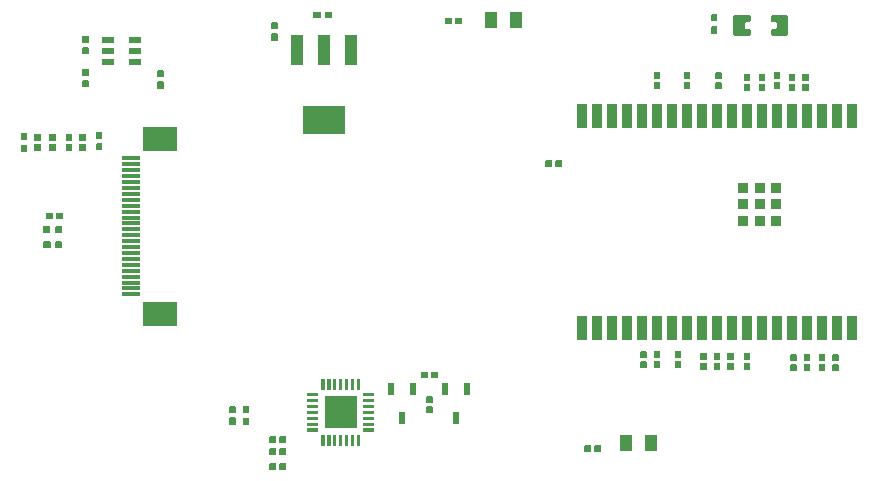
<source format=gtp>
G04 Layer: TopPasteMaskLayer*
G04 EasyEDA v6.5.22, 2023-04-19 21:06:07*
G04 0b1144c6aaf7448fb0b14bab58411d50,0a61cb7f7b51421fbede6d33e3e5ec82,10*
G04 Gerber Generator version 0.2*
G04 Scale: 100 percent, Rotated: No, Reflected: No *
G04 Dimensions in inches *
G04 leading zeros omitted , absolute positions ,3 integer and 6 decimal *
%FSLAX36Y36*%
%MOIN*%

%AMMACRO1*21,1,$1,$2,0,0,$3*%
%ADD10R,0.0394X0.0551*%
%ADD11R,0.0591X0.0118*%
%ADD12R,0.1181X0.0787*%
%ADD13R,0.0236X0.0421*%
%ADD14R,0.0354X0.0787*%
%ADD15R,0.0354X0.0354*%
%ADD16R,0.0433X0.0984*%
%ADD17MACRO1,0.1417X0.0921X0.0000*%
%ADD18R,0.0422X0.0209*%
%ADD19R,0.0166X0.0209*%

%LPD*%
G36*
X1901900Y2625640D02*
G01*
X1900320Y2624060D01*
X1900320Y2605940D01*
X1901900Y2604360D01*
X1921600Y2604360D01*
X1923180Y2605940D01*
X1923180Y2624060D01*
X1921600Y2625640D01*
G37*
G36*
X1868400Y2625640D02*
G01*
X1866819Y2624060D01*
X1866819Y2605940D01*
X1868400Y2604360D01*
X1888100Y2604360D01*
X1889680Y2605940D01*
X1889680Y2624060D01*
X1888100Y2625640D01*
G37*
G36*
X2366900Y1200640D02*
G01*
X2365320Y1199060D01*
X2365320Y1180940D01*
X2366900Y1179360D01*
X2386600Y1179360D01*
X2388180Y1180940D01*
X2388180Y1199060D01*
X2386600Y1200640D01*
G37*
G36*
X2333400Y1200640D02*
G01*
X2331820Y1199060D01*
X2331820Y1180940D01*
X2333400Y1179360D01*
X2353100Y1179360D01*
X2354680Y1180940D01*
X2354680Y1199060D01*
X2353100Y1200640D01*
G37*
G36*
X1196140Y1292120D02*
G01*
X1194180Y1290160D01*
X1194180Y1269300D01*
X1196140Y1267320D01*
X1213860Y1267320D01*
X1215820Y1269300D01*
X1215820Y1290160D01*
X1213860Y1292120D01*
G37*
G36*
X1196140Y1332680D02*
G01*
X1194180Y1330700D01*
X1194180Y1309840D01*
X1196140Y1307880D01*
X1213860Y1307880D01*
X1215820Y1309840D01*
X1215820Y1330700D01*
X1213860Y1332680D01*
G37*
G36*
X569840Y1930820D02*
G01*
X567880Y1928860D01*
X567880Y1911140D01*
X569840Y1909180D01*
X590700Y1909180D01*
X592680Y1911140D01*
X592680Y1928860D01*
X590700Y1930820D01*
G37*
G36*
X529300Y1930820D02*
G01*
X527320Y1928860D01*
X527320Y1911140D01*
X529300Y1909180D01*
X550160Y1909180D01*
X552120Y1911140D01*
X552120Y1928860D01*
X550160Y1930820D01*
G37*
G36*
X456140Y2202120D02*
G01*
X454180Y2200160D01*
X454180Y2179300D01*
X456140Y2177320D01*
X473860Y2177320D01*
X475820Y2179300D01*
X475820Y2200160D01*
X473860Y2202120D01*
G37*
G36*
X456140Y2242680D02*
G01*
X454180Y2240700D01*
X454180Y2219840D01*
X456140Y2217880D01*
X473860Y2217880D01*
X475820Y2219840D01*
X475820Y2240700D01*
X473860Y2242680D01*
G37*
G36*
X2756139Y2637679D02*
G01*
X2754180Y2635700D01*
X2754180Y2614840D01*
X2756139Y2612880D01*
X2773860Y2612880D01*
X2775820Y2614840D01*
X2775820Y2635700D01*
X2773860Y2637679D01*
G37*
G36*
X2756139Y2597120D02*
G01*
X2754180Y2595160D01*
X2754180Y2574300D01*
X2756139Y2572320D01*
X2773860Y2572320D01*
X2775820Y2574300D01*
X2775820Y2595160D01*
X2773860Y2597120D01*
G37*
G36*
X1291140Y2610700D02*
G01*
X1289180Y2608740D01*
X1289180Y2589840D01*
X1291140Y2587080D01*
X1308860Y2587080D01*
X1310820Y2589840D01*
X1310820Y2608740D01*
X1308860Y2610700D01*
G37*
G36*
X1291140Y2572919D02*
G01*
X1289180Y2570160D01*
X1289180Y2551260D01*
X1291140Y2549300D01*
X1308860Y2549300D01*
X1310820Y2551260D01*
X1310820Y2570160D01*
X1308860Y2572919D01*
G37*
G36*
X1469840Y2645820D02*
G01*
X1467080Y2643860D01*
X1467080Y2626139D01*
X1469840Y2624180D01*
X1488740Y2624180D01*
X1490700Y2626139D01*
X1490700Y2643860D01*
X1488740Y2645820D01*
G37*
G36*
X1431260Y2645820D02*
G01*
X1429300Y2643860D01*
X1429300Y2626139D01*
X1431260Y2624180D01*
X1450160Y2624180D01*
X1452920Y2626139D01*
X1452920Y2643860D01*
X1450160Y2645820D01*
G37*
G36*
X1151140Y1330700D02*
G01*
X1149180Y1328740D01*
X1149180Y1309840D01*
X1151140Y1307080D01*
X1168860Y1307080D01*
X1170820Y1309840D01*
X1170820Y1328740D01*
X1168860Y1330700D01*
G37*
G36*
X1151140Y1292920D02*
G01*
X1149180Y1290160D01*
X1149180Y1271260D01*
X1151140Y1269300D01*
X1168860Y1269300D01*
X1170820Y1271260D01*
X1170820Y1290160D01*
X1168860Y1292920D01*
G37*
G36*
X661140Y2455700D02*
G01*
X659180Y2453740D01*
X659180Y2434840D01*
X661140Y2432080D01*
X678860Y2432080D01*
X680819Y2434840D01*
X680819Y2453740D01*
X678860Y2455700D01*
G37*
G36*
X661140Y2417920D02*
G01*
X659180Y2415160D01*
X659180Y2396260D01*
X661140Y2394300D01*
X678860Y2394300D01*
X680819Y2396260D01*
X680819Y2415160D01*
X678860Y2417920D01*
G37*
G36*
X661140Y2527920D02*
G01*
X659180Y2525160D01*
X659180Y2506260D01*
X661140Y2504300D01*
X678860Y2504300D01*
X680819Y2506260D01*
X680819Y2525160D01*
X678860Y2527920D01*
G37*
G36*
X661140Y2565700D02*
G01*
X659180Y2563740D01*
X659180Y2544840D01*
X661140Y2542080D01*
X678860Y2542080D01*
X680819Y2544840D01*
X680819Y2563740D01*
X678860Y2565700D01*
G37*
G36*
X911140Y2412920D02*
G01*
X909180Y2410160D01*
X909180Y2391260D01*
X911140Y2389300D01*
X928860Y2389300D01*
X930819Y2391260D01*
X930819Y2410160D01*
X928860Y2412920D01*
G37*
G36*
X911140Y2450700D02*
G01*
X909180Y2448740D01*
X909180Y2429840D01*
X911140Y2427080D01*
X928860Y2427080D01*
X930819Y2429840D01*
X930819Y2448740D01*
X928860Y2450700D01*
G37*
G36*
X706140Y2245700D02*
G01*
X704180Y2243740D01*
X704180Y2224840D01*
X706140Y2222080D01*
X723860Y2222080D01*
X725819Y2224840D01*
X725819Y2243740D01*
X723860Y2245700D01*
G37*
G36*
X706140Y2207920D02*
G01*
X704180Y2205160D01*
X704180Y2186260D01*
X706140Y2184300D01*
X723860Y2184300D01*
X725819Y2186260D01*
X725819Y2205160D01*
X723860Y2207920D01*
G37*
G36*
X531260Y1880820D02*
G01*
X529300Y1878860D01*
X529300Y1861140D01*
X531260Y1859180D01*
X550160Y1859180D01*
X552920Y1861140D01*
X552920Y1878860D01*
X550160Y1880820D01*
G37*
G36*
X569840Y1880820D02*
G01*
X567080Y1878860D01*
X567080Y1861140D01*
X569840Y1859180D01*
X588740Y1859180D01*
X590700Y1861140D01*
X590700Y1878860D01*
X588740Y1880820D01*
G37*
G36*
X2957400Y2634020D02*
G01*
X2953460Y2630080D01*
X2953460Y2615500D01*
X2957400Y2611560D01*
X2969400Y2611560D01*
X2973340Y2607620D01*
X2973340Y2592380D01*
X2969400Y2588440D01*
X2957400Y2588440D01*
X2953460Y2584500D01*
X2953460Y2569920D01*
X2957400Y2565980D01*
X3008000Y2565980D01*
X3011920Y2569920D01*
X3011920Y2630080D01*
X3008000Y2634020D01*
G37*
G36*
X2832000Y2634020D02*
G01*
X2828080Y2630080D01*
X2828080Y2569920D01*
X2832000Y2565980D01*
X2882600Y2565980D01*
X2886540Y2569920D01*
X2886540Y2584500D01*
X2882600Y2588440D01*
X2870600Y2588440D01*
X2866660Y2592380D01*
X2866660Y2607620D01*
X2870600Y2611560D01*
X2882600Y2611560D01*
X2886540Y2615500D01*
X2886540Y2630080D01*
X2882600Y2634020D01*
G37*
G36*
X1283400Y1140640D02*
G01*
X1281819Y1139060D01*
X1281819Y1120940D01*
X1283400Y1119360D01*
X1303100Y1119360D01*
X1304680Y1120940D01*
X1304680Y1139060D01*
X1303100Y1140640D01*
G37*
G36*
X1316900Y1140640D02*
G01*
X1315320Y1139060D01*
X1315320Y1120940D01*
X1316900Y1119360D01*
X1336600Y1119360D01*
X1338180Y1120940D01*
X1338180Y1139060D01*
X1336600Y1140640D01*
G37*
G36*
X1316900Y1230640D02*
G01*
X1315320Y1229060D01*
X1315320Y1210940D01*
X1316900Y1209360D01*
X1336600Y1209360D01*
X1338180Y1210940D01*
X1338180Y1229060D01*
X1336600Y1230640D01*
G37*
G36*
X1283400Y1230640D02*
G01*
X1281819Y1229060D01*
X1281819Y1210940D01*
X1283400Y1209360D01*
X1303100Y1209360D01*
X1304680Y1210940D01*
X1304680Y1229060D01*
X1303100Y1230640D01*
G37*
G36*
X1316900Y1190640D02*
G01*
X1315320Y1189060D01*
X1315320Y1170940D01*
X1316900Y1169360D01*
X1336600Y1169360D01*
X1338180Y1170940D01*
X1338180Y1189060D01*
X1336600Y1190640D01*
G37*
G36*
X1283400Y1190640D02*
G01*
X1281819Y1189060D01*
X1281819Y1170940D01*
X1283400Y1169360D01*
X1303100Y1169360D01*
X1304680Y1170940D01*
X1304680Y1189060D01*
X1303100Y1190640D01*
G37*
G36*
X3065940Y1469680D02*
G01*
X3064360Y1468120D01*
X3064360Y1448400D01*
X3065940Y1446819D01*
X3084060Y1446819D01*
X3085640Y1448400D01*
X3085640Y1468120D01*
X3084060Y1469680D01*
G37*
G36*
X3065940Y1503180D02*
G01*
X3064360Y1501600D01*
X3064360Y1481879D01*
X3065940Y1480320D01*
X3084060Y1480320D01*
X3085640Y1481879D01*
X3085640Y1501600D01*
X3084060Y1503180D01*
G37*
G36*
X3020940Y1469680D02*
G01*
X3019360Y1468120D01*
X3019360Y1448400D01*
X3020940Y1446819D01*
X3039060Y1446819D01*
X3040640Y1448400D01*
X3040640Y1468120D01*
X3039060Y1469680D01*
G37*
G36*
X3020940Y1503180D02*
G01*
X3019360Y1501600D01*
X3019360Y1481879D01*
X3020940Y1480320D01*
X3039060Y1480320D01*
X3040640Y1481879D01*
X3040640Y1501600D01*
X3039060Y1503180D01*
G37*
G36*
X1788400Y1445640D02*
G01*
X1786819Y1444060D01*
X1786819Y1425940D01*
X1788400Y1424360D01*
X1808100Y1424360D01*
X1809680Y1425940D01*
X1809680Y1444060D01*
X1808100Y1445640D01*
G37*
G36*
X1821900Y1445640D02*
G01*
X1820320Y1444060D01*
X1820320Y1425940D01*
X1821900Y1424360D01*
X1841600Y1424360D01*
X1843180Y1425940D01*
X1843180Y1444060D01*
X1841600Y1445640D01*
G37*
G36*
X1806940Y1363180D02*
G01*
X1805380Y1361600D01*
X1805380Y1341879D01*
X1806940Y1340320D01*
X1825060Y1340320D01*
X1826620Y1341879D01*
X1826620Y1361600D01*
X1825060Y1363180D01*
G37*
G36*
X1806940Y1329680D02*
G01*
X1805380Y1328120D01*
X1805380Y1308400D01*
X1806940Y1306819D01*
X1825060Y1306819D01*
X1826620Y1308400D01*
X1826620Y1328120D01*
X1825060Y1329680D01*
G37*
G36*
X2765940Y1474680D02*
G01*
X2764360Y1473120D01*
X2764360Y1453400D01*
X2765940Y1451819D01*
X2784060Y1451819D01*
X2785640Y1453400D01*
X2785640Y1473120D01*
X2784060Y1474680D01*
G37*
G36*
X2765940Y1508180D02*
G01*
X2764360Y1506600D01*
X2764360Y1486879D01*
X2765940Y1485320D01*
X2784060Y1485320D01*
X2785640Y1486879D01*
X2785640Y1506600D01*
X2784060Y1508180D01*
G37*
G36*
X3115940Y1469680D02*
G01*
X3114360Y1468120D01*
X3114360Y1448400D01*
X3115940Y1446819D01*
X3134060Y1446819D01*
X3135640Y1448400D01*
X3135640Y1468120D01*
X3134060Y1469680D01*
G37*
G36*
X3115940Y1503180D02*
G01*
X3114360Y1501600D01*
X3114360Y1481879D01*
X3115940Y1480320D01*
X3134060Y1480320D01*
X3135640Y1481879D01*
X3135640Y1501600D01*
X3134060Y1503180D01*
G37*
G36*
X2720940Y1474680D02*
G01*
X2719360Y1473120D01*
X2719360Y1453400D01*
X2720940Y1451819D01*
X2739060Y1451819D01*
X2740640Y1453400D01*
X2740640Y1473120D01*
X2739060Y1474680D01*
G37*
G36*
X2720940Y1508180D02*
G01*
X2719360Y1506600D01*
X2719360Y1486879D01*
X2720940Y1485320D01*
X2739060Y1485320D01*
X2740640Y1486879D01*
X2740640Y1506600D01*
X2739060Y1508180D01*
G37*
G36*
X2665940Y2443180D02*
G01*
X2664360Y2441600D01*
X2664360Y2421880D01*
X2665940Y2420320D01*
X2684060Y2420320D01*
X2685640Y2421880D01*
X2685640Y2441600D01*
X2684060Y2443180D01*
G37*
G36*
X2665940Y2409680D02*
G01*
X2664360Y2408120D01*
X2664360Y2388400D01*
X2665940Y2386820D01*
X2684060Y2386820D01*
X2685640Y2388400D01*
X2685640Y2408120D01*
X2684060Y2409680D01*
G37*
G36*
X2635940Y1479680D02*
G01*
X2634360Y1478120D01*
X2634360Y1458400D01*
X2635940Y1456819D01*
X2654060Y1456819D01*
X2655640Y1458400D01*
X2655640Y1478120D01*
X2654060Y1479680D01*
G37*
G36*
X2635940Y1513180D02*
G01*
X2634360Y1511600D01*
X2634360Y1491879D01*
X2635940Y1490320D01*
X2654060Y1490320D01*
X2655640Y1491879D01*
X2655640Y1511600D01*
X2654060Y1513180D01*
G37*
G36*
X2770940Y2443180D02*
G01*
X2769360Y2441600D01*
X2769360Y2421880D01*
X2770940Y2420320D01*
X2789060Y2420320D01*
X2790640Y2421880D01*
X2790640Y2441600D01*
X2789060Y2443180D01*
G37*
G36*
X2770940Y2409680D02*
G01*
X2769360Y2408120D01*
X2769360Y2388400D01*
X2770940Y2386820D01*
X2789060Y2386820D01*
X2790640Y2388400D01*
X2790640Y2408120D01*
X2789060Y2409680D01*
G37*
G36*
X2915940Y2438180D02*
G01*
X2914360Y2436600D01*
X2914360Y2416880D01*
X2915940Y2415320D01*
X2934060Y2415320D01*
X2935640Y2416880D01*
X2935640Y2436600D01*
X2934060Y2438180D01*
G37*
G36*
X2915940Y2404680D02*
G01*
X2914360Y2403120D01*
X2914360Y2383400D01*
X2915940Y2381820D01*
X2934060Y2381820D01*
X2935640Y2383400D01*
X2935640Y2403120D01*
X2934060Y2404680D01*
G37*
G36*
X2965940Y2443180D02*
G01*
X2964360Y2441600D01*
X2964360Y2421880D01*
X2965940Y2420320D01*
X2984060Y2420320D01*
X2985640Y2421880D01*
X2985640Y2441600D01*
X2984060Y2443180D01*
G37*
G36*
X2965940Y2409680D02*
G01*
X2964360Y2408120D01*
X2964360Y2388400D01*
X2965940Y2386820D01*
X2984060Y2386820D01*
X2985640Y2388400D01*
X2985640Y2408120D01*
X2984060Y2409680D01*
G37*
G36*
X3015940Y2438180D02*
G01*
X3014360Y2436600D01*
X3014360Y2416880D01*
X3015940Y2415320D01*
X3034060Y2415320D01*
X3035640Y2416880D01*
X3035640Y2436600D01*
X3034060Y2438180D01*
G37*
G36*
X3015940Y2404680D02*
G01*
X3014360Y2403120D01*
X3014360Y2383400D01*
X3015940Y2381820D01*
X3034060Y2381820D01*
X3035640Y2383400D01*
X3035640Y2403120D01*
X3034060Y2404680D01*
G37*
G36*
X2865940Y1474680D02*
G01*
X2864360Y1473120D01*
X2864360Y1453400D01*
X2865940Y1451819D01*
X2884060Y1451819D01*
X2885640Y1453400D01*
X2885640Y1473120D01*
X2884060Y1474680D01*
G37*
G36*
X2865940Y1508180D02*
G01*
X2864360Y1506600D01*
X2864360Y1486879D01*
X2865940Y1485320D01*
X2884060Y1485320D01*
X2885640Y1486879D01*
X2885640Y1506600D01*
X2884060Y1508180D01*
G37*
G36*
X2565940Y2443180D02*
G01*
X2564360Y2441600D01*
X2564360Y2421880D01*
X2565940Y2420320D01*
X2584060Y2420320D01*
X2585640Y2421880D01*
X2585640Y2441600D01*
X2584060Y2443180D01*
G37*
G36*
X2565940Y2409680D02*
G01*
X2564360Y2408120D01*
X2564360Y2388400D01*
X2565940Y2386820D01*
X2584060Y2386820D01*
X2585640Y2388400D01*
X2585640Y2408120D01*
X2584060Y2409680D01*
G37*
G36*
X3060940Y2438180D02*
G01*
X3059360Y2436600D01*
X3059360Y2416880D01*
X3060940Y2415320D01*
X3079060Y2415320D01*
X3080640Y2416880D01*
X3080640Y2436600D01*
X3079060Y2438180D01*
G37*
G36*
X3060940Y2404680D02*
G01*
X3059360Y2403120D01*
X3059360Y2383400D01*
X3060940Y2381820D01*
X3079060Y2381820D01*
X3080640Y2383400D01*
X3080640Y2403120D01*
X3079060Y2404680D01*
G37*
G36*
X2865940Y2438180D02*
G01*
X2864360Y2436600D01*
X2864360Y2416880D01*
X2865940Y2415320D01*
X2884060Y2415320D01*
X2885640Y2416880D01*
X2885640Y2436600D01*
X2884060Y2438180D01*
G37*
G36*
X2865940Y2404680D02*
G01*
X2864360Y2403120D01*
X2864360Y2383400D01*
X2865940Y2381820D01*
X2884060Y2381820D01*
X2885640Y2383400D01*
X2885640Y2403120D01*
X2884060Y2404680D01*
G37*
G36*
X2203400Y2150640D02*
G01*
X2201820Y2149060D01*
X2201820Y2130940D01*
X2203400Y2129360D01*
X2223100Y2129360D01*
X2224680Y2130940D01*
X2224680Y2149060D01*
X2223100Y2150640D01*
G37*
G36*
X2236900Y2150640D02*
G01*
X2235320Y2149060D01*
X2235320Y2130940D01*
X2236900Y2129360D01*
X2256600Y2129360D01*
X2258180Y2130940D01*
X2258180Y2149060D01*
X2256600Y2150640D01*
G37*
G36*
X2810940Y1474680D02*
G01*
X2809360Y1473120D01*
X2809360Y1453400D01*
X2810940Y1451819D01*
X2829060Y1451819D01*
X2830640Y1453400D01*
X2830640Y1473120D01*
X2829060Y1474680D01*
G37*
G36*
X2810940Y1508180D02*
G01*
X2809360Y1506600D01*
X2809360Y1486879D01*
X2810940Y1485320D01*
X2829060Y1485320D01*
X2830640Y1486879D01*
X2830640Y1506600D01*
X2829060Y1508180D01*
G37*
G36*
X3160940Y1469680D02*
G01*
X3159360Y1468120D01*
X3159360Y1448400D01*
X3160940Y1446819D01*
X3179060Y1446819D01*
X3180640Y1448400D01*
X3180640Y1468120D01*
X3179060Y1469680D01*
G37*
G36*
X3160940Y1503180D02*
G01*
X3159360Y1501600D01*
X3159360Y1481879D01*
X3160940Y1480320D01*
X3179060Y1480320D01*
X3180640Y1481879D01*
X3180640Y1501600D01*
X3179060Y1503180D01*
G37*
G36*
X571880Y1975640D02*
G01*
X570320Y1974060D01*
X570320Y1955940D01*
X571880Y1954360D01*
X591600Y1954360D01*
X593180Y1955940D01*
X593180Y1974060D01*
X591600Y1975640D01*
G37*
G36*
X538400Y1975640D02*
G01*
X536820Y1974060D01*
X536820Y1955940D01*
X538400Y1954360D01*
X558120Y1954360D01*
X559680Y1955940D01*
X559680Y1974060D01*
X558120Y1975640D01*
G37*
G36*
X650939Y2204680D02*
G01*
X649360Y2203120D01*
X649360Y2183400D01*
X650939Y2181820D01*
X669060Y2181820D01*
X670639Y2183400D01*
X670639Y2203120D01*
X669060Y2204680D01*
G37*
G36*
X650939Y2238180D02*
G01*
X649360Y2236600D01*
X649360Y2216880D01*
X650939Y2215320D01*
X669060Y2215320D01*
X670639Y2216880D01*
X670639Y2236600D01*
X669060Y2238180D01*
G37*
G36*
X550940Y2204680D02*
G01*
X549360Y2203120D01*
X549360Y2183400D01*
X550940Y2181820D01*
X569060Y2181820D01*
X570640Y2183400D01*
X570640Y2203120D01*
X569060Y2204680D01*
G37*
G36*
X550940Y2238180D02*
G01*
X549360Y2236600D01*
X549360Y2216880D01*
X550940Y2215320D01*
X569060Y2215320D01*
X570640Y2216880D01*
X570640Y2236600D01*
X569060Y2238180D01*
G37*
G36*
X605940Y2204680D02*
G01*
X604360Y2203120D01*
X604360Y2183400D01*
X605940Y2181820D01*
X624060Y2181820D01*
X625640Y2183400D01*
X625640Y2203120D01*
X624060Y2204680D01*
G37*
G36*
X605940Y2238180D02*
G01*
X604360Y2236600D01*
X604360Y2216880D01*
X605940Y2215320D01*
X624060Y2215320D01*
X625640Y2216880D01*
X625640Y2236600D01*
X624060Y2238180D01*
G37*
G36*
X500940Y2204680D02*
G01*
X499360Y2203120D01*
X499360Y2183400D01*
X500940Y2181820D01*
X519060Y2181820D01*
X520640Y2183400D01*
X520640Y2203120D01*
X519060Y2204680D01*
G37*
G36*
X500940Y2238180D02*
G01*
X499360Y2236600D01*
X499360Y2216880D01*
X500940Y2215320D01*
X519060Y2215320D01*
X520640Y2216880D01*
X520640Y2236600D01*
X519060Y2238180D01*
G37*
G36*
X2565940Y1479680D02*
G01*
X2564360Y1478120D01*
X2564360Y1458400D01*
X2565940Y1456819D01*
X2584060Y1456819D01*
X2585640Y1458400D01*
X2585640Y1478120D01*
X2584060Y1479680D01*
G37*
G36*
X2565940Y1513180D02*
G01*
X2564360Y1511600D01*
X2564360Y1491879D01*
X2565940Y1490320D01*
X2584060Y1490320D01*
X2585640Y1491879D01*
X2585640Y1511600D01*
X2584060Y1513180D01*
G37*
G36*
X2520940Y1479680D02*
G01*
X2519360Y1478120D01*
X2519360Y1458400D01*
X2520940Y1456819D01*
X2539060Y1456819D01*
X2540640Y1458400D01*
X2540640Y1478120D01*
X2539060Y1479680D01*
G37*
G36*
X2520940Y1513180D02*
G01*
X2519360Y1511600D01*
X2519360Y1491879D01*
X2520940Y1490320D01*
X2539060Y1490320D01*
X2540640Y1491879D01*
X2540640Y1511600D01*
X2539060Y1513180D01*
G37*
G36*
X1466860Y1363140D02*
G01*
X1466860Y1256840D01*
X1573140Y1256840D01*
X1573140Y1363140D01*
G37*
G36*
X1455440Y1421420D02*
G01*
X1455440Y1385780D01*
X1466459Y1385780D01*
X1466459Y1421420D01*
G37*
G36*
X1475120Y1421420D02*
G01*
X1475120Y1385780D01*
X1486140Y1385780D01*
X1486140Y1421420D01*
G37*
G36*
X1494800Y1421420D02*
G01*
X1494800Y1385780D01*
X1505840Y1385780D01*
X1505840Y1421420D01*
G37*
G36*
X1514480Y1421420D02*
G01*
X1514480Y1385780D01*
X1525520Y1385780D01*
X1525520Y1421420D01*
G37*
G36*
X1534180Y1421420D02*
G01*
X1534180Y1385780D01*
X1545200Y1385780D01*
X1545200Y1421420D01*
G37*
G36*
X1553860Y1421420D02*
G01*
X1553860Y1385780D01*
X1564880Y1385780D01*
X1564880Y1421420D01*
G37*
G36*
X1573540Y1421420D02*
G01*
X1573540Y1385780D01*
X1584580Y1385780D01*
X1584580Y1421420D01*
G37*
G36*
X1595780Y1374560D02*
G01*
X1595780Y1363540D01*
X1631420Y1363540D01*
X1631420Y1374560D01*
G37*
G36*
X1595780Y1354880D02*
G01*
X1595780Y1343860D01*
X1631420Y1343860D01*
X1631420Y1354880D01*
G37*
G36*
X1595780Y1335200D02*
G01*
X1595780Y1324160D01*
X1631420Y1324160D01*
X1631420Y1335200D01*
G37*
G36*
X1595780Y1315520D02*
G01*
X1595780Y1304480D01*
X1631420Y1304480D01*
X1631420Y1315520D01*
G37*
G36*
X1595780Y1295820D02*
G01*
X1595780Y1284800D01*
X1631420Y1284800D01*
X1631420Y1295820D01*
G37*
G36*
X1595780Y1276140D02*
G01*
X1595780Y1265120D01*
X1631420Y1265120D01*
X1631420Y1276140D01*
G37*
G36*
X1595780Y1256460D02*
G01*
X1595780Y1245420D01*
X1631420Y1245420D01*
X1631420Y1256460D01*
G37*
G36*
X1573540Y1234220D02*
G01*
X1573540Y1198580D01*
X1584580Y1198580D01*
X1584580Y1234220D01*
G37*
G36*
X1553860Y1234220D02*
G01*
X1553860Y1198580D01*
X1564880Y1198580D01*
X1564880Y1234220D01*
G37*
G36*
X1534180Y1234220D02*
G01*
X1534180Y1198580D01*
X1545200Y1198580D01*
X1545200Y1234220D01*
G37*
G36*
X1514480Y1234220D02*
G01*
X1514480Y1198580D01*
X1525520Y1198580D01*
X1525520Y1234220D01*
G37*
G36*
X1494800Y1234220D02*
G01*
X1494800Y1198580D01*
X1505840Y1198580D01*
X1505840Y1234220D01*
G37*
G36*
X1475120Y1234220D02*
G01*
X1475120Y1198580D01*
X1486140Y1198580D01*
X1486140Y1234220D01*
G37*
G36*
X1455440Y1234220D02*
G01*
X1455440Y1198580D01*
X1466459Y1198580D01*
X1466459Y1234220D01*
G37*
G36*
X1408580Y1256460D02*
G01*
X1408580Y1245420D01*
X1444220Y1245420D01*
X1444220Y1256460D01*
G37*
G36*
X1408580Y1276140D02*
G01*
X1408580Y1265120D01*
X1444220Y1265120D01*
X1444220Y1276140D01*
G37*
G36*
X1408580Y1295820D02*
G01*
X1408580Y1284800D01*
X1444220Y1284800D01*
X1444220Y1295820D01*
G37*
G36*
X1408580Y1315520D02*
G01*
X1408580Y1304480D01*
X1444220Y1304480D01*
X1444220Y1315520D01*
G37*
G36*
X1408580Y1335200D02*
G01*
X1408580Y1324160D01*
X1444220Y1324160D01*
X1444220Y1335200D01*
G37*
G36*
X1408580Y1354880D02*
G01*
X1408580Y1343860D01*
X1444220Y1343860D01*
X1444220Y1354880D01*
G37*
G36*
X1408580Y1374560D02*
G01*
X1408580Y1363540D01*
X1444220Y1363540D01*
X1444220Y1374560D01*
G37*
D10*
G01*
X2020649Y2616999D03*
G01*
X2103350Y2616999D03*
G01*
X2470649Y1206999D03*
G01*
X2553350Y1206999D03*
D11*
G01*
X820780Y2156179D03*
G01*
X820780Y2136509D03*
G01*
X820780Y2116830D03*
G01*
X820780Y2097139D03*
G01*
X820780Y2077460D03*
G01*
X820780Y2057770D03*
G01*
X820780Y2038090D03*
G01*
X820780Y2018400D03*
G01*
X820780Y1998719D03*
G01*
X820780Y1979029D03*
G01*
X820780Y1959349D03*
G01*
X820780Y1939659D03*
G01*
X820780Y1919980D03*
G01*
X820780Y1900290D03*
G01*
X820780Y1880760D03*
G01*
X820780Y1860940D03*
G01*
X820789Y1841239D03*
G01*
X820780Y1821579D03*
G01*
X820780Y1801900D03*
G01*
X820780Y1782120D03*
G01*
X820780Y1762429D03*
G01*
X820780Y1742750D03*
G01*
X820780Y1723060D03*
G01*
X820780Y1703370D03*
D12*
G01*
X919210Y2221370D03*
G01*
X919210Y1638620D03*
D13*
G01*
X1762399Y1388620D03*
G01*
X1687600Y1388620D03*
G01*
X1725000Y1291379D03*
G01*
X1942399Y1388620D03*
G01*
X1867600Y1388620D03*
G01*
X1905000Y1291379D03*
D14*
G01*
X3225010Y2299330D03*
G01*
X3175010Y2299330D03*
G01*
X3125010Y2299330D03*
G01*
X3075010Y2299330D03*
G01*
X3025010Y2299330D03*
G01*
X2975010Y2299330D03*
G01*
X2925010Y2299330D03*
G01*
X2875010Y2299330D03*
G01*
X2825010Y2299330D03*
G01*
X2775010Y2299330D03*
G01*
X2725010Y2299330D03*
G01*
X2675010Y2299330D03*
G01*
X2625010Y2299330D03*
G01*
X2575010Y2299330D03*
G01*
X2525010Y2299330D03*
G01*
X2475010Y2299330D03*
G01*
X2425010Y2299330D03*
G01*
X2375010Y2299330D03*
G01*
X2325010Y2299330D03*
G01*
X2325010Y1590670D03*
G01*
X2375010Y1590670D03*
G01*
X2425010Y1590670D03*
G01*
X2475010Y1590670D03*
G01*
X2525010Y1590670D03*
G01*
X2575010Y1590670D03*
G01*
X2625010Y1590670D03*
G01*
X2675010Y1590670D03*
G01*
X2725010Y1590670D03*
G01*
X2775010Y1590670D03*
G01*
X2825010Y1590670D03*
G01*
X2875010Y1590670D03*
G01*
X2925010Y1590670D03*
G01*
X2975010Y1590670D03*
G01*
X3025010Y1590670D03*
G01*
X3075010Y1590670D03*
G01*
X3125010Y1590670D03*
G01*
X3175010Y1590670D03*
G01*
X3225010Y1590670D03*
D15*
G01*
X2917529Y2004050D03*
G01*
X2917529Y2058980D03*
G01*
X2917529Y1949130D03*
G01*
X2972439Y2058980D03*
G01*
X2972439Y2004050D03*
G01*
X2972439Y1949130D03*
G01*
X2862610Y2058980D03*
G01*
X2862610Y2004050D03*
G01*
X2862610Y1949130D03*
D16*
G01*
X1555550Y2516930D03*
G01*
X1465000Y2516930D03*
G01*
X1374449Y2516930D03*
D17*
G01*
X1465000Y2283070D03*
D18*
G01*
X835240Y2477600D03*
G01*
X835240Y2515000D03*
G01*
X835240Y2552399D03*
G01*
X744760Y2552399D03*
G01*
X744760Y2515000D03*
G01*
X744760Y2477600D03*
M02*

</source>
